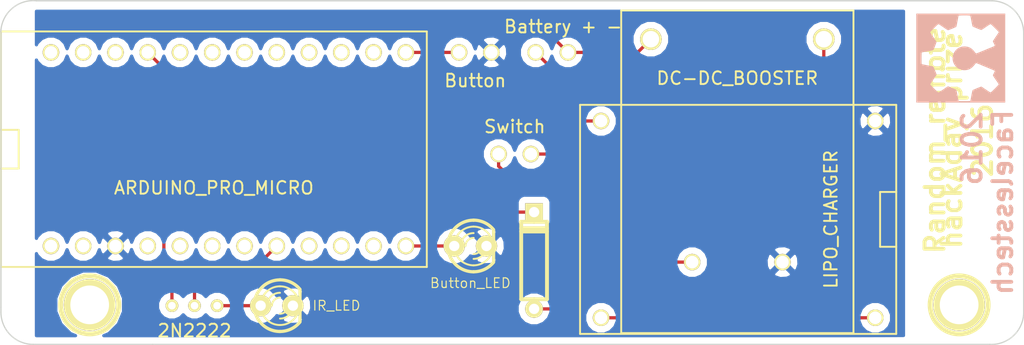
<source format=kicad_pcb>
(kicad_pcb (version 3) (host pcbnew "(22-Jun-2014 BZR 4027)-stable")

  (general
    (links 18)
    (no_connects 0)
    (area 164.389999 160.7566 250.986 196.9135)
    (thickness 1.6)
    (drawings 15)
    (tracks 49)
    (zones 0)
    (modules 13)
    (nets 11)
  )

  (page A3)
  (layers
    (15 F.Cu signal)
    (0 B.Cu signal)
    (16 B.Adhes user)
    (17 F.Adhes user)
    (18 B.Paste user)
    (19 F.Paste user)
    (20 B.SilkS user)
    (21 F.SilkS user)
    (22 B.Mask user)
    (23 F.Mask user)
    (24 Dwgs.User user)
    (25 Cmts.User user)
    (26 Eco1.User user)
    (27 Eco2.User user)
    (28 Edge.Cuts user)
  )

  (setup
    (last_trace_width 0.254)
    (trace_clearance 0.254)
    (zone_clearance 0.508)
    (zone_45_only no)
    (trace_min 0.254)
    (segment_width 0.2)
    (edge_width 0.1)
    (via_size 0.889)
    (via_drill 0.635)
    (via_min_size 0.889)
    (via_min_drill 0.508)
    (uvia_size 0.508)
    (uvia_drill 0.127)
    (uvias_allowed no)
    (uvia_min_size 0.508)
    (uvia_min_drill 0.127)
    (pcb_text_width 0.3)
    (pcb_text_size 1.5 1.5)
    (mod_edge_width 0.15)
    (mod_text_size 1 1)
    (mod_text_width 0.15)
    (pad_size 1.3 1.3)
    (pad_drill 1)
    (pad_to_mask_clearance 0)
    (aux_axis_origin 0 0)
    (visible_elements FFFFFFBF)
    (pcbplotparams
      (layerselection 284196865)
      (usegerberextensions true)
      (excludeedgelayer true)
      (linewidth 0.150000)
      (plotframeref false)
      (viasonmask false)
      (mode 1)
      (useauxorigin false)
      (hpglpennumber 1)
      (hpglpenspeed 20)
      (hpglpendiameter 15)
      (hpglpenoverlay 2)
      (psnegative false)
      (psa4output false)
      (plotreference true)
      (plotvalue true)
      (plotothertext true)
      (plotinvisibletext false)
      (padsonsilk false)
      (subtractmaskfromsilk false)
      (outputformat 1)
      (mirror false)
      (drillshape 0)
      (scaleselection 1)
      (outputdirectory gerbers/))
  )

  (net 0 "")
  (net 1 N-000001)
  (net 2 N-0000018)
  (net 3 N-000002)
  (net 4 N-0000023)
  (net 5 N-0000028)
  (net 6 N-000003)
  (net 7 N-000005)
  (net 8 N-000006)
  (net 9 N-000007)
  (net 10 N-000008)

  (net_class Default "This is the default net class."
    (clearance 0.254)
    (trace_width 0.254)
    (via_dia 0.889)
    (via_drill 0.635)
    (uvia_dia 0.508)
    (uvia_drill 0.127)
    (add_net "")
    (add_net N-000001)
    (add_net N-0000018)
    (add_net N-000002)
    (add_net N-0000023)
    (add_net N-0000028)
    (add_net N-000003)
    (add_net N-000005)
    (add_net N-000006)
    (add_net N-000007)
    (add_net N-000008)
  )

  (module LED-3MM (layer F.Cu) (tedit 573A1A9E) (tstamp 57360093)
    (at 201.676 188.595)
    (descr "LED 3mm - Lead pitch 100mil (2,54mm)")
    (tags "LED led 3mm 3MM 100mil 2,54mm")
    (path /57260E9A)
    (fp_text reference D2 (at 1.778 -2.794) (layer F.SilkS) hide
      (effects (font (size 0.762 0.762) (thickness 0.0889)))
    )
    (fp_text value Button_LED (at 0 2.921) (layer F.SilkS)
      (effects (font (size 0.762 0.762) (thickness 0.0889)))
    )
    (fp_line (start 1.8288 1.27) (end 1.8288 -1.27) (layer F.SilkS) (width 0.254))
    (fp_arc (start 0.254 0) (end -1.27 0) (angle 39.8) (layer F.SilkS) (width 0.1524))
    (fp_arc (start 0.254 0) (end -0.88392 1.01092) (angle 41.6) (layer F.SilkS) (width 0.1524))
    (fp_arc (start 0.254 0) (end 1.4097 -0.9906) (angle 40.6) (layer F.SilkS) (width 0.1524))
    (fp_arc (start 0.254 0) (end 1.778 0) (angle 39.8) (layer F.SilkS) (width 0.1524))
    (fp_arc (start 0.254 0) (end 0.254 -1.524) (angle 54.4) (layer F.SilkS) (width 0.1524))
    (fp_arc (start 0.254 0) (end -0.9652 -0.9144) (angle 53.1) (layer F.SilkS) (width 0.1524))
    (fp_arc (start 0.254 0) (end 1.45542 0.93472) (angle 52.1) (layer F.SilkS) (width 0.1524))
    (fp_arc (start 0.254 0) (end 0.254 1.524) (angle 52.1) (layer F.SilkS) (width 0.1524))
    (fp_arc (start 0.254 0) (end -0.381 0) (angle 90) (layer F.SilkS) (width 0.1524))
    (fp_arc (start 0.254 0) (end -0.762 0) (angle 90) (layer F.SilkS) (width 0.1524))
    (fp_arc (start 0.254 0) (end 0.889 0) (angle 90) (layer F.SilkS) (width 0.1524))
    (fp_arc (start 0.254 0) (end 1.27 0) (angle 90) (layer F.SilkS) (width 0.1524))
    (fp_arc (start 0.254 0) (end 0.254 -2.032) (angle 50.1) (layer F.SilkS) (width 0.254))
    (fp_arc (start 0.254 0) (end -1.5367 -0.95504) (angle 61.9) (layer F.SilkS) (width 0.254))
    (fp_arc (start 0.254 0) (end 1.8034 1.31064) (angle 49.7) (layer F.SilkS) (width 0.254))
    (fp_arc (start 0.254 0) (end 0.254 2.032) (angle 60.2) (layer F.SilkS) (width 0.254))
    (fp_arc (start 0.254 0) (end -1.778 0) (angle 28.3) (layer F.SilkS) (width 0.254))
    (fp_arc (start 0.254 0) (end -1.47574 1.06426) (angle 31.6) (layer F.SilkS) (width 0.254))
    (pad 1 thru_hole circle (at -1.27 0) (size 1.6764 1.6764) (drill 0.8128)
      (layers *.Cu *.Mask F.SilkS)
      (net 2 N-0000018)
    )
    (pad 2 thru_hole circle (at 1.27 0) (size 1.6764 1.6764) (drill 0.8128)
      (layers *.Cu *.Mask F.SilkS)
      (net 5 N-0000028)
    )
    (model discret/leds/led3_vertical_verde.wrl
      (at (xyz 0 0 0))
      (scale (xyz 1 1 1))
      (rotate (xyz 0 0 0))
    )
  )

  (module LED-3MM (layer F.Cu) (tedit 573A1A98) (tstamp 573600AC)
    (at 186.436 193.294)
    (descr "LED 3mm - Lead pitch 100mil (2,54mm)")
    (tags "LED led 3mm 3MM 100mil 2,54mm")
    (path /57260EC7)
    (fp_text reference D1 (at 1.778 -2.794) (layer F.SilkS) hide
      (effects (font (size 0.762 0.762) (thickness 0.0889)))
    )
    (fp_text value IR_LED (at 4.699 0) (layer F.SilkS)
      (effects (font (size 0.762 0.762) (thickness 0.0889)))
    )
    (fp_line (start 1.8288 1.27) (end 1.8288 -1.27) (layer F.SilkS) (width 0.254))
    (fp_arc (start 0.254 0) (end -1.27 0) (angle 39.8) (layer F.SilkS) (width 0.1524))
    (fp_arc (start 0.254 0) (end -0.88392 1.01092) (angle 41.6) (layer F.SilkS) (width 0.1524))
    (fp_arc (start 0.254 0) (end 1.4097 -0.9906) (angle 40.6) (layer F.SilkS) (width 0.1524))
    (fp_arc (start 0.254 0) (end 1.778 0) (angle 39.8) (layer F.SilkS) (width 0.1524))
    (fp_arc (start 0.254 0) (end 0.254 -1.524) (angle 54.4) (layer F.SilkS) (width 0.1524))
    (fp_arc (start 0.254 0) (end -0.9652 -0.9144) (angle 53.1) (layer F.SilkS) (width 0.1524))
    (fp_arc (start 0.254 0) (end 1.45542 0.93472) (angle 52.1) (layer F.SilkS) (width 0.1524))
    (fp_arc (start 0.254 0) (end 0.254 1.524) (angle 52.1) (layer F.SilkS) (width 0.1524))
    (fp_arc (start 0.254 0) (end -0.381 0) (angle 90) (layer F.SilkS) (width 0.1524))
    (fp_arc (start 0.254 0) (end -0.762 0) (angle 90) (layer F.SilkS) (width 0.1524))
    (fp_arc (start 0.254 0) (end 0.889 0) (angle 90) (layer F.SilkS) (width 0.1524))
    (fp_arc (start 0.254 0) (end 1.27 0) (angle 90) (layer F.SilkS) (width 0.1524))
    (fp_arc (start 0.254 0) (end 0.254 -2.032) (angle 50.1) (layer F.SilkS) (width 0.254))
    (fp_arc (start 0.254 0) (end -1.5367 -0.95504) (angle 61.9) (layer F.SilkS) (width 0.254))
    (fp_arc (start 0.254 0) (end 1.8034 1.31064) (angle 49.7) (layer F.SilkS) (width 0.254))
    (fp_arc (start 0.254 0) (end 0.254 2.032) (angle 60.2) (layer F.SilkS) (width 0.254))
    (fp_arc (start 0.254 0) (end -1.778 0) (angle 28.3) (layer F.SilkS) (width 0.254))
    (fp_arc (start 0.254 0) (end -1.47574 1.06426) (angle 31.6) (layer F.SilkS) (width 0.254))
    (pad 1 thru_hole circle (at -1.27 0) (size 1.6764 1.6764) (drill 0.8128)
      (layers *.Cu *.Mask F.SilkS)
      (net 10 N-000008)
    )
    (pad 2 thru_hole circle (at 1.27 0) (size 1.6764 1.6764) (drill 0.8128)
      (layers *.Cu *.Mask F.SilkS)
      (net 5 N-0000028)
    )
    (model discret/leds/led3_vertical_verde.wrl
      (at (xyz 0 0 0))
      (scale (xyz 1 1 1))
      (rotate (xyz 0 0 0))
    )
  )

  (module DC-DC_boost (layer F.Cu) (tedit 5739F452) (tstamp 573705D7)
    (at 222.6945 182.753)
    (path /57260EA9)
    (fp_text reference U3 (at 0 8.89) (layer F.SilkS) hide
      (effects (font (size 1 1) (thickness 0.15)))
    )
    (fp_text value DC-DC_BOOSTER (at 0 -7.366) (layer F.SilkS)
      (effects (font (size 1 1) (thickness 0.15)))
    )
    (fp_line (start -9.144 -12.7) (end 9.144 -12.7) (layer F.SilkS) (width 0.15))
    (fp_line (start 9.144 -12.7) (end 9.144 12.7) (layer F.SilkS) (width 0.15))
    (fp_line (start 9.144 12.7) (end -9.144 12.7) (layer F.SilkS) (width 0.15))
    (fp_line (start -9.144 12.7) (end -9.144 -12.7) (layer F.SilkS) (width 0.15))
    (pad 1 thru_hole circle (at -6.8072 -10.4394) (size 1.7 1.7) (drill 1.3)
      (layers *.Cu *.Mask F.SilkS)
      (net 9 N-000007)
    )
    (pad 2 thru_hole circle (at 6.8072 -10.4394) (size 1.7 1.7) (drill 1.3)
      (layers *.Cu *.Mask F.SilkS)
      (net 6 N-000003)
    )
    (pad 4 thru_hole circle (at -3.556 7.112) (size 1.3 1.3) (drill 1)
      (layers *.Cu *.Mask F.SilkS)
      (net 3 N-000002)
    )
    (pad 3 thru_hole circle (at 3.556 7.112) (size 1.3 1.3) (drill 1)
      (layers *.Cu *.Mask F.SilkS)
      (net 5 N-0000028)
    )
  )

  (module arduino_leonardo (layer F.Cu) (tedit 5739F4A6) (tstamp 5738675D)
    (at 181.483 180.975 90)
    (path /57260E8B)
    (fp_text reference U1 (at 3.175 0 180) (layer F.SilkS) hide
      (effects (font (size 1 1) (thickness 0.15)))
    )
    (fp_text value ARDUINO_PRO_MICRO (at -3.048 0 180) (layer F.SilkS)
      (effects (font (size 1 1) (thickness 0.15)))
    )
    (fp_line (start -1.524 -16.764) (end -1.524 -15.367) (layer F.SilkS) (width 0.15))
    (fp_line (start -1.524 -15.367) (end 1.524 -15.367) (layer F.SilkS) (width 0.15))
    (fp_line (start 1.524 -15.367) (end 1.524 -16.764) (layer F.SilkS) (width 0.15))
    (fp_line (start 9.144 -16.764) (end 9.271 -16.764) (layer F.SilkS) (width 0.15))
    (fp_line (start 9.271 -16.764) (end 9.271 16.764) (layer F.SilkS) (width 0.15))
    (fp_line (start 9.271 16.764) (end -9.271 16.764) (layer F.SilkS) (width 0.15))
    (fp_line (start -9.271 16.764) (end -9.271 -16.764) (layer F.SilkS) (width 0.15))
    (fp_line (start -9.271 -16.764) (end 9.144 -16.764) (layer F.SilkS) (width 0.15))
    (pad 12 thru_hole circle (at -7.62 15.113 90) (size 1.3 1.3) (drill 1)
      (layers *.Cu *.Mask F.SilkS)
      (net 2 N-0000018)
    )
    (pad 11 thru_hole circle (at -7.62 12.573 90) (size 1.3 1.3) (drill 1)
      (layers *.Cu *.Mask F.SilkS)
    )
    (pad 13 thru_hole circle (at 7.62 15.113 90) (size 1.3 1.3) (drill 1)
      (layers *.Cu *.Mask F.SilkS)
      (net 8 N-000006)
    )
    (pad 10 thru_hole circle (at -7.62 10.033 90) (size 1.3 1.3) (drill 1)
      (layers *.Cu *.Mask F.SilkS)
    )
    (pad 9 thru_hole circle (at -7.62 7.493 90) (size 1.3 1.3) (drill 1)
      (layers *.Cu *.Mask F.SilkS)
    )
    (pad 8 thru_hole circle (at -7.62 4.953 90) (size 1.3 1.3) (drill 1)
      (layers *.Cu *.Mask F.SilkS)
      (net 4 N-0000023)
    )
    (pad 7 thru_hole circle (at -7.62 2.413 90) (size 1.3 1.3) (drill 1)
      (layers *.Cu *.Mask F.SilkS)
    )
    (pad 6 thru_hole circle (at -7.62 -0.127 90) (size 1.3 1.3) (drill 1)
      (layers *.Cu *.Mask F.SilkS)
    )
    (pad 5 thru_hole circle (at -7.62 -2.667 90) (size 1.3 1.3) (drill 1)
      (layers *.Cu *.Mask F.SilkS)
    )
    (pad 4 thru_hole circle (at -7.62 -5.207 90) (size 1.3 1.3) (drill 1)
      (layers *.Cu *.Mask F.SilkS)
    )
    (pad 3 thru_hole circle (at -7.62 -7.747 90) (size 1.3 1.3) (drill 1)
      (layers *.Cu *.Mask F.SilkS)
      (net 5 N-0000028)
    )
    (pad 2 thru_hole circle (at -7.62 -10.287 90) (size 1.3 1.3) (drill 1)
      (layers *.Cu *.Mask F.SilkS)
    )
    (pad 1 thru_hole circle (at -7.62 -12.827 90) (size 1.3 1.3) (drill 1)
      (layers *.Cu *.Mask F.SilkS)
    )
    (pad 14 thru_hole circle (at 7.62 12.573 90) (size 1.3 1.3) (drill 1)
      (layers *.Cu *.Mask F.SilkS)
    )
    (pad 15 thru_hole circle (at 7.62 10.033 90) (size 1.3 1.3) (drill 1)
      (layers *.Cu *.Mask F.SilkS)
    )
    (pad 16 thru_hole circle (at 7.62 7.493 90) (size 1.3 1.3) (drill 1)
      (layers *.Cu *.Mask F.SilkS)
    )
    (pad 17 thru_hole circle (at 7.62 4.953 90) (size 1.3 1.3) (drill 1)
      (layers *.Cu *.Mask F.SilkS)
    )
    (pad 18 thru_hole circle (at 7.62 2.413 90) (size 1.3 1.3) (drill 1)
      (layers *.Cu *.Mask F.SilkS)
    )
    (pad 19 thru_hole circle (at 7.62 -0.127 90) (size 1.3 1.3) (drill 1)
      (layers *.Cu *.Mask F.SilkS)
    )
    (pad 20 thru_hole circle (at 7.62 -2.667 90) (size 1.3 1.3) (drill 1)
      (layers *.Cu *.Mask F.SilkS)
    )
    (pad 21 thru_hole circle (at 7.62 -5.207 90) (size 1.3 1.3) (drill 1)
      (layers *.Cu *.Mask F.SilkS)
      (net 1 N-000001)
    )
    (pad 22 thru_hole circle (at 7.62 -7.747 90) (size 1.3 1.3) (drill 1)
      (layers *.Cu *.Mask F.SilkS)
    )
    (pad 23 thru_hole circle (at 7.62 -10.287 90) (size 1.3 1.3) (drill 1)
      (layers *.Cu *.Mask F.SilkS)
    )
    (pad 24 thru_hole circle (at 7.62 -12.827 90) (size 1.3 1.3) (drill 1)
      (layers *.Cu *.Mask F.SilkS)
    )
  )

  (module D3 (layer F.Cu) (tedit 5739F4AC) (tstamp 57389109)
    (at 206.6925 189.738 90)
    (descr "Diode 3 pas")
    (tags "DIODE DEV")
    (path /573756C8)
    (fp_text reference D3 (at 0 0 90) (layer F.SilkS) hide
      (effects (font (size 1.016 1.016) (thickness 0.2032)))
    )
    (fp_text value DIODE (at 0 0 90) (layer F.SilkS) hide
      (effects (font (size 1.016 1.016) (thickness 0.2032)))
    )
    (fp_line (start 3.81 0) (end 3.048 0) (layer F.SilkS) (width 0.3048))
    (fp_line (start 3.048 0) (end 3.048 -1.016) (layer F.SilkS) (width 0.3048))
    (fp_line (start 3.048 -1.016) (end -3.048 -1.016) (layer F.SilkS) (width 0.3048))
    (fp_line (start -3.048 -1.016) (end -3.048 0) (layer F.SilkS) (width 0.3048))
    (fp_line (start -3.048 0) (end -3.81 0) (layer F.SilkS) (width 0.3048))
    (fp_line (start -3.048 0) (end -3.048 1.016) (layer F.SilkS) (width 0.3048))
    (fp_line (start -3.048 1.016) (end 3.048 1.016) (layer F.SilkS) (width 0.3048))
    (fp_line (start 3.048 1.016) (end 3.048 0) (layer F.SilkS) (width 0.3048))
    (fp_line (start 2.54 -1.016) (end 2.54 1.016) (layer F.SilkS) (width 0.3048))
    (fp_line (start 2.286 1.016) (end 2.286 -1.016) (layer F.SilkS) (width 0.3048))
    (pad 2 thru_hole rect (at 3.81 0 90) (size 1.397 1.397) (drill 0.8128)
      (layers *.Cu *.Mask F.SilkS)
      (net 1 N-000001)
    )
    (pad 1 thru_hole circle (at -3.81 0 90) (size 1.397 1.397) (drill 0.8128)
      (layers *.Cu *.Mask F.SilkS)
      (net 3 N-000002)
    )
    (model discret/diode.wrl
      (at (xyz 0 0 0))
      (scale (xyz 0.3 0.3 0.3))
      (rotate (xyz 0 0 0))
    )
  )

  (module 2_pin_misc_custom (layer F.Cu) (tedit 573A1A73) (tstamp 5738923F)
    (at 202.057 173.355)
    (path /57260ED6)
    (fp_text reference SW2 (at 0 -2.032) (layer F.SilkS) hide
      (effects (font (size 1 1) (thickness 0.15)))
    )
    (fp_text value Button (at 0 2.2225) (layer F.SilkS)
      (effects (font (size 1 1) (thickness 0.15)))
    )
    (pad 1 thru_hole circle (at -1.27 0) (size 1.3 1.3) (drill 1)
      (layers *.Cu *.Mask F.SilkS)
      (net 8 N-000006)
    )
    (pad 2 thru_hole circle (at 1.27 0) (size 1.3 1.3) (drill 1)
      (layers *.Cu *.Mask F.SilkS)
      (net 5 N-0000028)
    )
  )

  (module 2N2222 (layer F.Cu) (tedit 573A1A90) (tstamp 5738BEF8)
    (at 179.959 193.294)
    (path /5738BE20)
    (fp_text reference Q1 (at 0 -1.778) (layer F.SilkS) hide
      (effects (font (size 1 1) (thickness 0.15)))
    )
    (fp_text value 2N2222 (at 0 1.9685) (layer F.SilkS)
      (effects (font (size 1 1) (thickness 0.15)))
    )
    (pad 2 thru_hole circle (at 0 0) (size 1 1) (drill 0.6)
      (layers *.Cu *.Mask F.SilkS)
      (net 4 N-0000023)
    )
    (pad 3 thru_hole circle (at 1.778 0) (size 1 1) (drill 0.6)
      (layers *.Cu *.Mask F.SilkS)
      (net 10 N-000008)
    )
    (pad 1 thru_hole circle (at -1.778 0) (size 1 1) (drill 0.6)
      (layers *.Cu *.Mask F.SilkS)
      (net 1 N-000001)
    )
  )

  (module Lipo_charger_custom (layer F.Cu) (tedit 5739F460) (tstamp 5738C253)
    (at 222.758 186.4995 270)
    (path /57260EB8)
    (fp_text reference U2 (at -0.635 16.51 270) (layer F.SilkS) hide
      (effects (font (size 1 1) (thickness 0.15)))
    )
    (fp_text value LIPO_CHARGER (at 0 -7.3025 270) (layer F.SilkS)
      (effects (font (size 1 1) (thickness 0.15)))
    )
    (fp_line (start -2.159 -12.446) (end -2.159 -11.176) (layer F.SilkS) (width 0.15))
    (fp_line (start -2.159 -11.176) (end 2.159 -11.176) (layer F.SilkS) (width 0.15))
    (fp_line (start 2.159 -11.176) (end 2.159 -12.446) (layer F.SilkS) (width 0.15))
    (fp_line (start -9.017 -12.446) (end 9.017 -12.446) (layer F.SilkS) (width 0.15))
    (fp_line (start 9.017 -12.446) (end 9.017 12.446) (layer F.SilkS) (width 0.15))
    (fp_line (start 9.017 12.446) (end -9.017 12.446) (layer F.SilkS) (width 0.15))
    (fp_line (start -9.017 12.446) (end -9.017 -12.446) (layer F.SilkS) (width 0.15))
    (pad 4 thru_hole circle (at -7.747 -10.795 270) (size 1.3 1.3) (drill 1)
      (layers *.Cu *.Mask F.SilkS)
      (net 5 N-0000028)
    )
    (pad 3 thru_hole circle (at 7.747 -10.795 270) (size 1.3 1.3) (drill 1)
      (layers *.Cu *.Mask F.SilkS)
      (net 1 N-000001)
    )
    (pad 1 thru_hole circle (at -7.747 10.795 270) (size 1.3 1.3) (drill 1)
      (layers *.Cu *.Mask F.SilkS)
      (net 9 N-000007)
    )
    (pad 2 thru_hole circle (at 7.747 10.795 270) (size 1.3 1.3) (drill 1)
      (layers *.Cu *.Mask F.SilkS)
      (net 6 N-000003)
    )
  )

  (module 2_pin_misc_custom (layer F.Cu) (tedit 573A1A5F) (tstamp 5738C8A0)
    (at 208.0895 173.355 180)
    (path /5738C5C2)
    (fp_text reference U4 (at 0 -2.032 180) (layer F.SilkS) hide
      (effects (font (size 1 1) (thickness 0.15)))
    )
    (fp_text value "Battery + -" (at -0.889 2.032 180) (layer F.SilkS)
      (effects (font (size 1 1) (thickness 0.15)))
    )
    (pad 1 thru_hole circle (at -1.27 0 180) (size 1.3 1.3) (drill 1)
      (layers *.Cu *.Mask F.SilkS)
      (net 9 N-000007)
    )
    (pad 2 thru_hole circle (at 1.27 0 180) (size 1.3 1.3) (drill 1)
      (layers *.Cu *.Mask F.SilkS)
      (net 7 N-000005)
    )
  )

  (module 1pin (layer F.Cu) (tedit 5739F49F) (tstamp 573A1B4C)
    (at 171.704 193.2305)
    (descr "module 1 pin (ou trou mecanique de percage)")
    (tags DEV)
    (path 1pin)
    (fp_text reference 1PIN (at 0 -3.048) (layer F.SilkS) hide
      (effects (font (size 1.016 1.016) (thickness 0.254)))
    )
    (fp_text value P*** (at 0 2.794) (layer F.SilkS) hide
      (effects (font (size 1.016 1.016) (thickness 0.254)))
    )
    (fp_circle (center 0 0) (end 0 -2.286) (layer F.SilkS) (width 0.381))
    (pad 1 thru_hole circle (at 0 0) (size 4.064 4.064) (drill 3.048)
      (layers *.Cu *.Mask F.SilkS)
    )
  )

  (module 1pin (layer F.Cu) (tedit 5739F456) (tstamp 573A1B57)
    (at 240.157 193.2305)
    (descr "module 1 pin (ou trou mecanique de percage)")
    (tags DEV)
    (path 1pin)
    (fp_text reference 1PIN (at 0 -3.048) (layer F.SilkS) hide
      (effects (font (size 1.016 1.016) (thickness 0.254)))
    )
    (fp_text value P*** (at 0 2.794) (layer F.SilkS) hide
      (effects (font (size 1.016 1.016) (thickness 0.254)))
    )
    (fp_circle (center 0 0) (end 0 -2.286) (layer F.SilkS) (width 0.381))
    (pad 1 thru_hole circle (at 0 0) (size 4.064 4.064) (drill 3.048)
      (layers *.Cu *.Mask F.SilkS)
    )
  )

  (module 2_pin_misc_custom (layer F.Cu) (tedit 573A1A7F) (tstamp 573A13E9)
    (at 205.1685 181.356 180)
    (path /5726494E)
    (fp_text reference SW1 (at 0 -2.032 180) (layer F.SilkS) hide
      (effects (font (size 1 1) (thickness 0.15)))
    )
    (fp_text value Switch (at 0 2.159 180) (layer F.SilkS)
      (effects (font (size 1 1) (thickness 0.15)))
    )
    (pad 1 thru_hole circle (at -1.27 0 180) (size 1.3 1.3) (drill 1)
      (layers *.Cu *.Mask F.SilkS)
      (net 7 N-000005)
    )
    (pad 2 thru_hole circle (at 1.27 0 180) (size 1.3 1.3) (drill 1)
      (layers *.Cu *.Mask F.SilkS)
      (net 6 N-000003)
    )
  )

  (module OSH_final_silks_back (layer F.Cu) (tedit 0) (tstamp 573AD46B)
    (at 240.284 173.7995 90)
    (fp_text reference VAL (at 0 0 90) (layer F.SilkS) hide
      (effects (font (size 1.143 1.143) (thickness 0.1778)))
    )
    (fp_text value OSH_final_silks_back (at 0 0 90) (layer F.SilkS) hide
      (effects (font (size 1.143 1.143) (thickness 0.1778)))
    )
    (fp_poly (pts (xy -3.50012 3.50012) (xy -3.3909 3.50012) (xy -3.3909 0.4318) (xy -3.3909 0.29464)
      (xy -3.3909 0.14986) (xy -3.3909 0.0381) (xy -3.38836 -0.04572) (xy -3.38582 -0.10414)
      (xy -3.38074 -0.14224) (xy -3.37566 -0.1651) (xy -3.36804 -0.17272) (xy -3.34264 -0.1778)
      (xy -3.2893 -0.1905) (xy -3.21056 -0.20574) (xy -3.1115 -0.22606) (xy -2.99974 -0.24638)
      (xy -2.92608 -0.25908) (xy -2.80924 -0.28194) (xy -2.70256 -0.30226) (xy -2.61366 -0.32004)
      (xy -2.54762 -0.33528) (xy -2.50952 -0.3429) (xy -2.49936 -0.34798) (xy -2.4892 -0.3683)
      (xy -2.46634 -0.41656) (xy -2.43586 -0.48514) (xy -2.4003 -0.56642) (xy -2.3622 -0.65532)
      (xy -2.3241 -0.74676) (xy -2.28854 -0.83312) (xy -2.25806 -0.90678) (xy -2.23774 -0.96266)
      (xy -2.22504 -0.99568) (xy -2.22504 -0.99822) (xy -2.2352 -1.02362) (xy -2.2606 -1.07188)
      (xy -2.30124 -1.13284) (xy -2.33934 -1.19126) (xy -2.4511 -1.34874) (xy -2.54 -1.48082)
      (xy -2.60858 -1.58496) (xy -2.65938 -1.6637) (xy -2.6924 -1.71958) (xy -2.70764 -1.7526)
      (xy -2.71018 -1.75768) (xy -2.69748 -1.778) (xy -2.66446 -1.81864) (xy -2.61366 -1.87452)
      (xy -2.54762 -1.9431) (xy -2.4765 -2.0193) (xy -2.39776 -2.09804) (xy -2.31902 -2.17678)
      (xy -2.24536 -2.25044) (xy -2.17932 -2.31394) (xy -2.12598 -2.36474) (xy -2.08788 -2.39522)
      (xy -2.07264 -2.40538) (xy -2.05232 -2.39522) (xy -2.0066 -2.36728) (xy -1.94056 -2.32664)
      (xy -1.85928 -2.27076) (xy -1.76276 -2.20726) (xy -1.68656 -2.15392) (xy -1.58242 -2.08534)
      (xy -1.49098 -2.02184) (xy -1.41224 -1.97104) (xy -1.35128 -1.93294) (xy -1.31064 -1.91008)
      (xy -1.29794 -1.90246) (xy -1.27254 -1.91008) (xy -1.2192 -1.92786) (xy -1.14808 -1.9558)
      (xy -1.06426 -1.99136) (xy -0.97282 -2.02692) (xy -0.88392 -2.06756) (xy -0.80264 -2.10312)
      (xy -0.73406 -2.13614) (xy -0.6858 -2.159) (xy -0.66294 -2.17424) (xy -0.66294 -2.17424)
      (xy -0.65532 -2.19964) (xy -0.64262 -2.25298) (xy -0.62738 -2.33172) (xy -0.60706 -2.43078)
      (xy -0.58674 -2.54254) (xy -0.57404 -2.6035) (xy -0.55372 -2.72034) (xy -0.53086 -2.82956)
      (xy -0.51308 -2.921) (xy -0.49784 -2.99212) (xy -0.48768 -3.03784) (xy -0.48514 -3.048)
      (xy -0.47752 -3.0607) (xy -0.4699 -3.06832) (xy -0.45212 -3.07594) (xy -0.42418 -3.08102)
      (xy -0.381 -3.08356) (xy -0.3175 -3.0861) (xy -0.2286 -3.0861) (xy -0.11176 -3.08864)
      (xy -0.02032 -3.08864) (xy 0.10922 -3.0861) (xy 0.22352 -3.0861) (xy 0.3175 -3.08102)
      (xy 0.38862 -3.07848) (xy 0.42926 -3.0734) (xy 0.43942 -3.07086) (xy 0.4445 -3.05054)
      (xy 0.4572 -2.9972) (xy 0.47244 -2.921) (xy 0.49276 -2.82194) (xy 0.51308 -2.71018)
      (xy 0.53086 -2.6162) (xy 0.55372 -2.49682) (xy 0.57658 -2.38506) (xy 0.5969 -2.29108)
      (xy 0.61468 -2.21996) (xy 0.62738 -2.17424) (xy 0.635 -2.16154) (xy 0.6604 -2.14376)
      (xy 0.7112 -2.1209) (xy 0.78232 -2.09042) (xy 0.86614 -2.05486) (xy 0.95758 -2.0193)
      (xy 1.04648 -1.98374) (xy 1.1303 -1.95072) (xy 1.20142 -1.92786) (xy 1.25222 -1.91262)
      (xy 1.27508 -1.90754) (xy 1.2954 -1.92024) (xy 1.34366 -1.95072) (xy 1.4097 -1.9939)
      (xy 1.49352 -2.04978) (xy 1.59004 -2.11328) (xy 1.65608 -2.16154) (xy 1.75768 -2.23012)
      (xy 1.84658 -2.29108) (xy 1.92532 -2.34188) (xy 1.98628 -2.37998) (xy 2.02184 -2.4003)
      (xy 2.032 -2.40538) (xy 2.05232 -2.39268) (xy 2.09296 -2.35966) (xy 2.14884 -2.30632)
      (xy 2.21996 -2.23774) (xy 2.30378 -2.15646) (xy 2.36728 -2.09296) (xy 2.47142 -1.98882)
      (xy 2.5527 -1.905) (xy 2.61112 -1.8415) (xy 2.64668 -1.79578) (xy 2.667 -1.7653)
      (xy 2.66954 -1.74752) (xy 2.65684 -1.72466) (xy 2.6289 -1.6764) (xy 2.58318 -1.60528)
      (xy 2.5273 -1.52146) (xy 2.4638 -1.42748) (xy 2.4257 -1.3716) (xy 2.35966 -1.27254)
      (xy 2.2987 -1.1811) (xy 2.2479 -1.10236) (xy 2.21234 -1.04394) (xy 2.19202 -1.00584)
      (xy 2.18948 -0.99568) (xy 2.1971 -0.97028) (xy 2.21488 -0.91948) (xy 2.24282 -0.84836)
      (xy 2.27838 -0.76454) (xy 2.31394 -0.6731) (xy 2.35204 -0.58166) (xy 2.39014 -0.50038)
      (xy 2.42062 -0.42926) (xy 2.44602 -0.37846) (xy 2.45872 -0.35306) (xy 2.45872 -0.35306)
      (xy 2.48158 -0.34544) (xy 2.53238 -0.33274) (xy 2.60858 -0.31496) (xy 2.7051 -0.29464)
      (xy 2.81686 -0.27432) (xy 2.89052 -0.25908) (xy 3.0099 -0.23622) (xy 3.11658 -0.2159)
      (xy 3.20802 -0.19812) (xy 3.27914 -0.18542) (xy 3.32232 -0.17526) (xy 3.33248 -0.17272)
      (xy 3.3401 -0.1524) (xy 3.34772 -0.1016) (xy 3.35026 -0.02794) (xy 3.35534 0.0635)
      (xy 3.35788 0.17018) (xy 3.35788 0.2794) (xy 3.35788 0.39116) (xy 3.35788 0.49784)
      (xy 3.3528 0.59182) (xy 3.34772 0.67056) (xy 3.34264 0.7239) (xy 3.33502 0.7493)
      (xy 3.33502 0.7493) (xy 3.30962 0.75692) (xy 3.25628 0.76962) (xy 3.18008 0.7874)
      (xy 3.08102 0.80772) (xy 2.96926 0.82804) (xy 2.9083 0.84074) (xy 2.794 0.86106)
      (xy 2.68732 0.88392) (xy 2.59842 0.90424) (xy 2.53238 0.91948) (xy 2.49174 0.93218)
      (xy 2.48412 0.93726) (xy 2.47142 0.96012) (xy 2.44856 1.01092) (xy 2.41808 1.08204)
      (xy 2.37998 1.16586) (xy 2.34442 1.25984) (xy 2.30632 1.35382) (xy 2.27076 1.44272)
      (xy 2.24028 1.51892) (xy 2.21996 1.57988) (xy 2.2098 1.61544) (xy 2.20726 1.62052)
      (xy 2.21742 1.64084) (xy 2.24536 1.68656) (xy 2.28854 1.7526) (xy 2.34188 1.83388)
      (xy 2.40538 1.92786) (xy 2.44094 1.97866) (xy 2.50952 2.07772) (xy 2.56794 2.16662)
      (xy 2.6162 2.24536) (xy 2.65176 2.30378) (xy 2.67208 2.33934) (xy 2.67462 2.3495)
      (xy 2.66192 2.36728) (xy 2.6289 2.40792) (xy 2.5781 2.4638) (xy 2.5146 2.53238)
      (xy 2.44094 2.60858) (xy 2.36474 2.68732) (xy 2.286 2.76606) (xy 2.21234 2.83972)
      (xy 2.1463 2.90322) (xy 2.09296 2.95402) (xy 2.0574 2.98704) (xy 2.03962 2.9972)
      (xy 2.02184 2.98704) (xy 1.97866 2.96164) (xy 1.91516 2.91846) (xy 1.83388 2.86512)
      (xy 1.74244 2.80162) (xy 1.68656 2.76352) (xy 1.5875 2.69748) (xy 1.4986 2.63906)
      (xy 1.4224 2.58826) (xy 1.36398 2.5527) (xy 1.32842 2.53238) (xy 1.3208 2.52984)
      (xy 1.2954 2.53746) (xy 1.24714 2.56032) (xy 1.18364 2.5908) (xy 1.14046 2.61366)
      (xy 1.06426 2.65176) (xy 1.01346 2.67462) (xy 0.97536 2.67462) (xy 0.94742 2.65176)
      (xy 0.92202 2.6035) (xy 0.889 2.52222) (xy 0.88392 2.51206) (xy 0.8636 2.4638)
      (xy 0.83312 2.38506) (xy 0.79248 2.286) (xy 0.74422 2.16662) (xy 0.68834 2.03708)
      (xy 0.63246 1.89738) (xy 0.59436 1.80848) (xy 0.53848 1.67386) (xy 0.48768 1.54686)
      (xy 0.4445 1.43764) (xy 0.4064 1.34366) (xy 0.37846 1.27254) (xy 0.36322 1.22682)
      (xy 0.35814 1.21412) (xy 0.37338 1.19126) (xy 0.40894 1.1557) (xy 0.46228 1.11252)
      (xy 0.48514 1.09474) (xy 0.635 0.97028) (xy 0.7493 0.8382) (xy 0.83312 0.6985)
      (xy 0.88646 0.5461) (xy 0.91186 0.37592) (xy 0.9144 0.28448) (xy 0.89916 0.1016)
      (xy 0.8509 -0.06604) (xy 0.76708 -0.22098) (xy 0.65278 -0.36068) (xy 0.6096 -0.40132)
      (xy 0.46482 -0.508) (xy 0.30734 -0.5842) (xy 0.14224 -0.62992) (xy -0.0254 -0.64262)
      (xy -0.19558 -0.62738) (xy -0.35814 -0.57912) (xy -0.51308 -0.50292) (xy -0.65278 -0.3937)
      (xy -0.70104 -0.34798) (xy -0.81534 -0.2032) (xy -0.89408 -0.0508) (xy -0.94234 0.1143)
      (xy -0.95758 0.29464) (xy -0.95758 0.29718) (xy -0.9398 0.47752) (xy -0.89154 0.6477)
      (xy -0.81026 0.80264) (xy -0.69342 0.94488) (xy -0.5461 1.07696) (xy -0.50546 1.10744)
      (xy -0.45212 1.14808) (xy -0.41402 1.18364) (xy -0.39624 1.20904) (xy -0.3937 1.21158)
      (xy -0.40132 1.23698) (xy -0.4191 1.28778) (xy -0.44704 1.35636) (xy -0.48006 1.43764)
      (xy -0.4826 1.4478) (xy -0.51308 1.52146) (xy -0.55626 1.62052) (xy -0.60452 1.7399)
      (xy -0.6604 1.87198) (xy -0.71882 2.01168) (xy -0.7747 2.15138) (xy -0.77978 2.16154)
      (xy -0.83312 2.28854) (xy -0.88138 2.40284) (xy -0.92456 2.50444) (xy -0.96012 2.58572)
      (xy -0.98552 2.64414) (xy -1.00076 2.67716) (xy -1.0033 2.6797) (xy -1.02616 2.6797)
      (xy -1.07188 2.66192) (xy -1.13792 2.63398) (xy -1.17856 2.61366) (xy -1.24968 2.5781)
      (xy -1.3081 2.55016) (xy -1.34874 2.53238) (xy -1.36144 2.52984) (xy -1.38176 2.54)
      (xy -1.42748 2.56794) (xy -1.49352 2.60858) (xy -1.5748 2.66192) (xy -1.66624 2.72542)
      (xy -1.69418 2.7432) (xy -1.78816 2.80924) (xy -1.87706 2.86766) (xy -1.95072 2.91846)
      (xy -2.0066 2.95402) (xy -2.03962 2.97688) (xy -2.0447 2.97942) (xy -2.05994 2.9845)
      (xy -2.07518 2.98196) (xy -2.0955 2.9718) (xy -2.12598 2.95148) (xy -2.16662 2.91338)
      (xy -2.22504 2.86004) (xy -2.2987 2.78638) (xy -2.39776 2.68986) (xy -2.39776 2.68986)
      (xy -2.4892 2.59588) (xy -2.57048 2.51206) (xy -2.63398 2.44348) (xy -2.68224 2.3876)
      (xy -2.7051 2.35458) (xy -2.71018 2.34696) (xy -2.70002 2.32156) (xy -2.67208 2.2733)
      (xy -2.63144 2.20472) (xy -2.57556 2.1209) (xy -2.51206 2.02692) (xy -2.4765 1.97358)
      (xy -2.41046 1.87706) (xy -2.35204 1.78816) (xy -2.30124 1.7145) (xy -2.26568 1.65862)
      (xy -2.24536 1.6256) (xy -2.24282 1.62052) (xy -2.25044 1.59766) (xy -2.26822 1.54686)
      (xy -2.29616 1.47828) (xy -2.32664 1.39446) (xy -2.36474 1.30302) (xy -2.40284 1.21158)
      (xy -2.4384 1.12268) (xy -2.47142 1.04394) (xy -2.49682 0.98552) (xy -2.5146 0.94996)
      (xy -2.51714 0.94488) (xy -2.53238 0.93218) (xy -2.5654 0.92202) (xy -2.6162 0.90678)
      (xy -2.68986 0.889) (xy -2.78638 0.86868) (xy -2.91338 0.84582) (xy -3.07086 0.81534)
      (xy -3.16738 0.79756) (xy -3.24358 0.78486) (xy -3.30708 0.77216) (xy -3.35026 0.762)
      (xy -3.36042 0.75946) (xy -3.37058 0.75438) (xy -3.3782 0.74422) (xy -3.38328 0.71882)
      (xy -3.38582 0.68072) (xy -3.38836 0.6223) (xy -3.3909 0.54102) (xy -3.3909 0.4318)
      (xy -3.3909 3.50012) (xy 0 3.50012) (xy 3.50012 3.50012) (xy 3.50012 0)
      (xy 3.50012 -3.50012) (xy 0 -3.50012) (xy -3.50012 -3.50012) (xy -3.50012 0)
      (xy -3.50012 3.50012) (xy -3.50012 3.50012)) (layer B.SilkS) (width 0.00254))
  )

  (gr_text "hackAday prize\n2016" (at 240.792 180.2765 90) (layer F.SilkS)
    (effects (font (size 1.5 1.5) (thickness 0.3)))
  )
  (gr_text Random_remote (at 238.252 180.2765 90) (layer F.SilkS)
    (effects (font (size 1.5 1.5) (thickness 0.3)))
  )
  (gr_text 2016 (at 241.173 180.9115 90) (layer B.SilkS)
    (effects (font (size 1.5 1.5) (thickness 0.3)) (justify mirror))
  )
  (gr_text Facelesstech (at 243.586 185.166 90) (layer B.SilkS)
    (effects (font (size 1.5 1.5) (thickness 0.3)) (justify mirror))
  )
  (gr_line (start 164.719 193.421) (end 164.719 171.577) (angle 90) (layer Edge.Cuts) (width 0.1))
  (gr_line (start 167.513 169.291) (end 242.7605 169.291) (angle 90) (layer Edge.Cuts) (width 0.1))
  (gr_line (start 245.237 182.245) (end 245.237 171.8945) (angle 90) (layer Edge.Cuts) (width 0.1))
  (gr_arc (start 242.697 171.831) (end 242.7605 169.291) (angle 90) (layer Edge.Cuts) (width 0.1))
  (gr_arc (start 167.259 171.831) (end 164.719 171.577) (angle 90) (layer Edge.Cuts) (width 0.1))
  (gr_line (start 245.237 193.929) (end 245.237 182.245) (angle 90) (layer Edge.Cuts) (width 0.1))
  (gr_line (start 176.657 196.342) (end 242.57 196.342) (angle 90) (layer Edge.Cuts) (width 0.1))
  (gr_arc (start 242.697 193.802) (end 245.237 193.929) (angle 90) (layer Edge.Cuts) (width 0.1))
  (gr_line (start 167.259 196.342) (end 176.657 196.342) (angle 90) (layer Edge.Cuts) (width 0.1))
  (gr_line (start 164.719 193.421) (end 164.719 193.802) (angle 90) (layer Edge.Cuts) (width 0.1))
  (gr_arc (start 167.259 193.802) (end 167.259 196.342) (angle 90) (layer Edge.Cuts) (width 0.1))

  (segment (start 233.553 194.2465) (end 228.473 194.2465) (width 0.254) (layer F.Cu) (net 1))
  (segment (start 204.978 187.7695) (end 203.1365 185.928) (width 0.254) (layer F.Cu) (net 1) (tstamp 573A1777))
  (segment (start 204.978 195.2625) (end 204.978 187.7695) (width 0.254) (layer F.Cu) (net 1) (tstamp 573A1773))
  (segment (start 205.2955 195.58) (end 204.978 195.2625) (width 0.254) (layer F.Cu) (net 1) (tstamp 573A176F))
  (segment (start 227.1395 195.58) (end 205.2955 195.58) (width 0.254) (layer F.Cu) (net 1) (tstamp 573A1769))
  (segment (start 228.473 194.2465) (end 227.1395 195.58) (width 0.254) (layer F.Cu) (net 1) (tstamp 573A1765))
  (segment (start 206.6925 185.928) (end 203.1365 185.928) (width 0.254) (layer F.Cu) (net 1))
  (segment (start 203.1365 185.928) (end 180.721 185.928) (width 0.254) (layer F.Cu) (net 1) (tstamp 573A177C))
  (segment (start 180.721 185.928) (end 177.546 182.753) (width 0.254) (layer F.Cu) (net 1) (tstamp 573A139C))
  (segment (start 176.276 173.355) (end 177.546 174.625) (width 0.254) (layer F.Cu) (net 1))
  (segment (start 177.546 176.403) (end 177.546 174.625) (width 0.254) (layer F.Cu) (net 1) (tstamp 5738C0D5))
  (segment (start 177.546 189.738) (end 177.546 182.753) (width 0.254) (layer F.Cu) (net 1) (tstamp 5738C050))
  (segment (start 177.546 182.753) (end 177.546 176.403) (width 0.254) (layer F.Cu) (net 1) (tstamp 573A13A5))
  (segment (start 178.181 190.373) (end 177.546 189.738) (width 0.254) (layer F.Cu) (net 1) (tstamp 5738C048))
  (segment (start 178.181 193.294) (end 178.181 190.373) (width 0.254) (layer F.Cu) (net 1))
  (segment (start 196.596 188.595) (end 200.406 188.595) (width 0.254) (layer F.Cu) (net 2))
  (segment (start 219.1385 189.865) (end 212.598 189.865) (width 0.254) (layer F.Cu) (net 3))
  (segment (start 208.915 193.548) (end 206.6925 193.548) (width 0.254) (layer F.Cu) (net 3) (tstamp 573A1BF6))
  (segment (start 212.598 189.865) (end 208.915 193.548) (width 0.254) (layer F.Cu) (net 3) (tstamp 573A1BF4))
  (segment (start 179.959 193.294) (end 179.959 191.389) (width 0.254) (layer F.Cu) (net 4))
  (segment (start 179.959 191.389) (end 180.975 190.373) (width 0.254) (layer F.Cu) (net 4) (tstamp 5738C05D))
  (segment (start 180.975 190.373) (end 184.658 190.373) (width 0.254) (layer F.Cu) (net 4) (tstamp 5738C05F))
  (segment (start 184.658 190.373) (end 186.436 188.595) (width 0.254) (layer F.Cu) (net 4) (tstamp 5738C062))
  (segment (start 211.963 194.2465) (end 220.091 194.2465) (width 0.254) (layer F.Cu) (net 6))
  (segment (start 222.758 187.452) (end 218.8845 183.5785) (width 0.254) (layer F.Cu) (net 6) (tstamp 573A19FF))
  (segment (start 222.758 191.5795) (end 222.758 187.452) (width 0.254) (layer F.Cu) (net 6) (tstamp 573A19FD))
  (segment (start 220.091 194.2465) (end 222.758 191.5795) (width 0.254) (layer F.Cu) (net 6) (tstamp 573A19F6))
  (segment (start 203.8985 181.356) (end 203.8985 182.3085) (width 0.254) (layer F.Cu) (net 6))
  (segment (start 229.5017 179.2478) (end 229.5017 172.3136) (width 0.254) (layer F.Cu) (net 6) (tstamp 573A19D0))
  (segment (start 225.171 183.5785) (end 229.5017 179.2478) (width 0.254) (layer F.Cu) (net 6) (tstamp 573A19CC))
  (segment (start 205.1685 183.5785) (end 218.8845 183.5785) (width 0.254) (layer F.Cu) (net 6) (tstamp 573A19C9))
  (segment (start 218.8845 183.5785) (end 225.171 183.5785) (width 0.254) (layer F.Cu) (net 6) (tstamp 573A1A04))
  (segment (start 203.8985 182.3085) (end 205.1685 183.5785) (width 0.254) (layer F.Cu) (net 6) (tstamp 573A19C6))
  (segment (start 206.4385 181.356) (end 212.217 181.356) (width 0.254) (layer F.Cu) (net 7))
  (segment (start 209.2325 175.768) (end 206.8195 173.355) (width 0.254) (layer F.Cu) (net 7) (tstamp 573A1494))
  (segment (start 212.598 175.768) (end 209.2325 175.768) (width 0.254) (layer F.Cu) (net 7) (tstamp 573A1492))
  (segment (start 214.5665 177.7365) (end 212.598 175.768) (width 0.254) (layer F.Cu) (net 7) (tstamp 573A1490))
  (segment (start 214.5665 179.0065) (end 214.5665 177.7365) (width 0.254) (layer F.Cu) (net 7) (tstamp 573A148E))
  (segment (start 212.217 181.356) (end 214.5665 179.0065) (width 0.254) (layer F.Cu) (net 7) (tstamp 573A148C))
  (segment (start 196.596 173.355) (end 200.787 173.355) (width 0.254) (layer F.Cu) (net 8))
  (segment (start 209.3595 173.355) (end 214.8459 173.355) (width 0.254) (layer F.Cu) (net 9))
  (segment (start 214.8459 173.355) (end 215.8873 172.3136) (width 0.254) (layer F.Cu) (net 9) (tstamp 5739F3F8))
  (segment (start 211.963 178.7525) (end 208.026 178.7525) (width 0.254) (layer F.Cu) (net 9))
  (segment (start 207.3275 171.323) (end 209.3595 173.355) (width 0.254) (layer F.Cu) (net 9) (tstamp 5739F3F2))
  (segment (start 205.486 171.323) (end 207.3275 171.323) (width 0.254) (layer F.Cu) (net 9) (tstamp 5739F3EF))
  (segment (start 205.105 171.704) (end 205.486 171.323) (width 0.254) (layer F.Cu) (net 9) (tstamp 5739F3EE))
  (segment (start 205.105 175.8315) (end 205.105 171.704) (width 0.254) (layer F.Cu) (net 9) (tstamp 5739F3EB))
  (segment (start 208.026 178.7525) (end 205.105 175.8315) (width 0.254) (layer F.Cu) (net 9) (tstamp 5739F3E7))
  (segment (start 181.737 193.294) (end 185.166 193.294) (width 0.254) (layer F.Cu) (net 10))

  (zone (net 5) (net_name N-0000028) (layer B.Cu) (tstamp 5739F354) (hatch edge 0.508)
    (connect_pads (clearance 0.508))
    (min_thickness 0.254)
    (fill (arc_segments 16) (thermal_gap 0.508) (thermal_bridge_width 0.508))
    (polygon
      (pts
        (xy 235.9025 195.7705) (xy 167.386 195.961) (xy 167.386 169.9895) (xy 235.9025 169.9895)
      )
    )
    (filled_polygon
      (pts
        (xy 235.7755 195.643853) (xy 234.850622 195.646424) (xy 234.850622 178.933422) (xy 234.821081 178.423072) (xy 234.68261 178.088771)
        (xy 234.452014 178.033091) (xy 234.272409 178.212696) (xy 234.272409 177.853486) (xy 234.216729 177.62289) (xy 233.733922 177.454878)
        (xy 233.223572 177.484419) (xy 232.889271 177.62289) (xy 232.833591 177.853486) (xy 233.553 178.572895) (xy 234.272409 177.853486)
        (xy 234.272409 178.212696) (xy 233.732605 178.7525) (xy 234.452014 179.471909) (xy 234.68261 179.416229) (xy 234.850622 178.933422)
        (xy 234.850622 195.646424) (xy 234.838222 195.646458) (xy 234.838222 193.992019) (xy 234.643005 193.519557) (xy 234.281844 193.157766)
        (xy 234.272409 193.153848) (xy 234.272409 179.651514) (xy 233.553 178.932105) (xy 233.373395 179.11171) (xy 233.373395 178.7525)
        (xy 232.653986 178.033091) (xy 232.42339 178.088771) (xy 232.255378 178.571578) (xy 232.284919 179.081928) (xy 232.42339 179.416229)
        (xy 232.653986 179.471909) (xy 233.373395 178.7525) (xy 233.373395 179.11171) (xy 232.833591 179.651514) (xy 232.889271 179.88211)
        (xy 233.372078 180.050122) (xy 233.882428 180.020581) (xy 234.216729 179.88211) (xy 234.272409 179.651514) (xy 234.272409 193.153848)
        (xy 233.809724 192.961724) (xy 233.298519 192.961278) (xy 232.826057 193.156495) (xy 232.464266 193.517656) (xy 232.268224 193.989776)
        (xy 232.267778 194.500981) (xy 232.462995 194.973443) (xy 232.824156 195.335234) (xy 233.296276 195.531276) (xy 233.807481 195.531722)
        (xy 234.279943 195.336505) (xy 234.641734 194.975344) (xy 234.837776 194.503224) (xy 234.838222 193.992019) (xy 234.838222 195.646458)
        (xy 231.046942 195.657) (xy 230.986956 195.657) (xy 230.986956 172.019511) (xy 230.761355 171.473514) (xy 230.343983 171.055413)
        (xy 229.79838 170.828859) (xy 229.207611 170.828344) (xy 228.661614 171.053945) (xy 228.243513 171.471317) (xy 228.016959 172.01692)
        (xy 228.016444 172.607689) (xy 228.242045 173.153686) (xy 228.659417 173.571787) (xy 229.20502 173.798341) (xy 229.795789 173.798856)
        (xy 230.341786 173.573255) (xy 230.759887 173.155883) (xy 230.986441 172.61028) (xy 230.986956 172.019511) (xy 230.986956 195.657)
        (xy 227.548122 195.657) (xy 227.548122 190.045922) (xy 227.518581 189.535572) (xy 227.38011 189.201271) (xy 227.149514 189.145591)
        (xy 226.969909 189.325196) (xy 226.969909 188.965986) (xy 226.914229 188.73539) (xy 226.431422 188.567378) (xy 225.921072 188.596919)
        (xy 225.586771 188.73539) (xy 225.531091 188.965986) (xy 226.2505 189.685395) (xy 226.969909 188.965986) (xy 226.969909 189.325196)
        (xy 226.430105 189.865) (xy 227.149514 190.584409) (xy 227.38011 190.528729) (xy 227.548122 190.045922) (xy 227.548122 195.657)
        (xy 226.969909 195.657) (xy 226.969909 190.764014) (xy 226.2505 190.044605) (xy 226.070895 190.22421) (xy 226.070895 189.865)
        (xy 225.351486 189.145591) (xy 225.12089 189.201271) (xy 224.952878 189.684078) (xy 224.982419 190.194428) (xy 225.12089 190.528729)
        (xy 225.351486 190.584409) (xy 226.070895 189.865) (xy 226.070895 190.22421) (xy 225.531091 190.764014) (xy 225.586771 190.99461)
        (xy 226.069578 191.162622) (xy 226.579928 191.133081) (xy 226.914229 190.99461) (xy 226.969909 190.764014) (xy 226.969909 195.657)
        (xy 220.423722 195.657) (xy 220.423722 189.610519) (xy 220.228505 189.138057) (xy 219.867344 188.776266) (xy 219.395224 188.580224)
        (xy 218.884019 188.579778) (xy 218.411557 188.774995) (xy 218.049766 189.136156) (xy 217.853724 189.608276) (xy 217.853278 190.119481)
        (xy 218.048495 190.591943) (xy 218.409656 190.953734) (xy 218.881776 191.149776) (xy 219.392981 191.150222) (xy 219.865443 190.955005)
        (xy 220.227234 190.593844) (xy 220.423276 190.121724) (xy 220.423722 189.610519) (xy 220.423722 195.657) (xy 217.372556 195.657)
        (xy 217.372556 172.019511) (xy 217.146955 171.473514) (xy 216.729583 171.055413) (xy 216.18398 170.828859) (xy 215.593211 170.828344)
        (xy 215.047214 171.053945) (xy 214.629113 171.471317) (xy 214.402559 172.01692) (xy 214.402044 172.607689) (xy 214.627645 173.153686)
        (xy 215.045017 173.571787) (xy 215.59062 173.798341) (xy 216.181389 173.798856) (xy 216.727386 173.573255) (xy 217.145487 173.155883)
        (xy 217.372041 172.61028) (xy 217.372556 172.019511) (xy 217.372556 195.657) (xy 213.248222 195.657) (xy 213.248222 193.992019)
        (xy 213.248222 178.498019) (xy 213.053005 178.025557) (xy 212.691844 177.663766) (xy 212.219724 177.467724) (xy 211.708519 177.467278)
        (xy 211.236057 177.662495) (xy 210.874266 178.023656) (xy 210.678224 178.495776) (xy 210.677778 179.006981) (xy 210.872995 179.479443)
        (xy 211.234156 179.841234) (xy 211.706276 180.037276) (xy 212.217481 180.037722) (xy 212.689943 179.842505) (xy 213.051734 179.481344)
        (xy 213.247776 179.009224) (xy 213.248222 178.498019) (xy 213.248222 193.992019) (xy 213.053005 193.519557) (xy 212.691844 193.157766)
        (xy 212.219724 192.961724) (xy 211.708519 192.961278) (xy 211.236057 193.156495) (xy 210.874266 193.517656) (xy 210.678224 193.989776)
        (xy 210.677778 194.500981) (xy 210.872995 194.973443) (xy 211.234156 195.335234) (xy 211.706276 195.531276) (xy 212.217481 195.531722)
        (xy 212.689943 195.336505) (xy 213.051734 194.975344) (xy 213.247776 194.503224) (xy 213.248222 193.992019) (xy 213.248222 195.657)
        (xy 210.644722 195.657) (xy 210.644722 173.100519) (xy 210.449505 172.628057) (xy 210.088344 172.266266) (xy 209.616224 172.070224)
        (xy 209.105019 172.069778) (xy 208.632557 172.264995) (xy 208.270766 172.626156) (xy 208.089295 173.063184) (xy 207.909505 172.628057)
        (xy 207.548344 172.266266) (xy 207.076224 172.070224) (xy 206.565019 172.069778) (xy 206.092557 172.264995) (xy 205.730766 172.626156)
        (xy 205.534724 173.098276) (xy 205.534278 173.609481) (xy 205.729495 174.081943) (xy 206.090656 174.443734) (xy 206.562776 174.639776)
        (xy 207.073981 174.640222) (xy 207.546443 174.445005) (xy 207.908234 174.083844) (xy 208.089704 173.646815) (xy 208.269495 174.081943)
        (xy 208.630656 174.443734) (xy 209.102776 174.639776) (xy 209.613981 174.640222) (xy 210.086443 174.445005) (xy 210.448234 174.083844)
        (xy 210.644276 173.611724) (xy 210.644722 173.100519) (xy 210.644722 195.657) (xy 208.02623 195.657) (xy 208.02623 193.283914)
        (xy 208.02611 193.283623) (xy 208.02611 186.500745) (xy 208.02611 185.103745) (xy 207.929641 184.870271) (xy 207.751168 184.691487)
        (xy 207.723722 184.68009) (xy 207.723722 181.101519) (xy 207.528505 180.629057) (xy 207.167344 180.267266) (xy 206.695224 180.071224)
        (xy 206.184019 180.070778) (xy 205.711557 180.265995) (xy 205.349766 180.627156) (xy 205.168295 181.064184) (xy 204.988505 180.629057)
        (xy 204.627344 180.267266) (xy 204.624622 180.266135) (xy 204.624622 173.535922) (xy 204.595081 173.025572) (xy 204.45661 172.691271)
        (xy 204.226014 172.635591) (xy 204.046409 172.815196) (xy 204.046409 172.455986) (xy 203.990729 172.22539) (xy 203.507922 172.057378)
        (xy 202.997572 172.086919) (xy 202.663271 172.22539) (xy 202.607591 172.455986) (xy 203.327 173.175395) (xy 204.046409 172.455986)
        (xy 204.046409 172.815196) (xy 203.506605 173.355) (xy 204.226014 174.074409) (xy 204.45661 174.018729) (xy 204.624622 173.535922)
        (xy 204.624622 180.266135) (xy 204.155224 180.071224) (xy 204.046409 180.071129) (xy 204.046409 174.254014) (xy 203.327 173.534605)
        (xy 203.147395 173.71421) (xy 203.147395 173.355) (xy 202.427986 172.635591) (xy 202.19739 172.691271) (xy 202.06286 173.077861)
        (xy 201.877005 172.628057) (xy 201.515844 172.266266) (xy 201.043724 172.070224) (xy 200.532519 172.069778) (xy 200.060057 172.264995)
        (xy 199.698266 172.626156) (xy 199.502224 173.098276) (xy 199.501778 173.609481) (xy 199.696995 174.081943) (xy 200.058156 174.443734)
        (xy 200.530276 174.639776) (xy 201.041481 174.640222) (xy 201.513943 174.445005) (xy 201.875734 174.083844) (xy 202.056798 173.647793)
        (xy 202.058919 173.684428) (xy 202.19739 174.018729) (xy 202.427986 174.074409) (xy 203.147395 173.355) (xy 203.147395 173.71421)
        (xy 202.607591 174.254014) (xy 202.663271 174.48461) (xy 203.146078 174.652622) (xy 203.656428 174.623081) (xy 203.990729 174.48461)
        (xy 204.046409 174.254014) (xy 204.046409 180.071129) (xy 203.644019 180.070778) (xy 203.171557 180.265995) (xy 202.809766 180.627156)
        (xy 202.613724 181.099276) (xy 202.613278 181.610481) (xy 202.808495 182.082943) (xy 203.169656 182.444734) (xy 203.641776 182.640776)
        (xy 204.152981 182.641222) (xy 204.625443 182.446005) (xy 204.987234 182.084844) (xy 205.168704 181.647815) (xy 205.348495 182.082943)
        (xy 205.709656 182.444734) (xy 206.181776 182.640776) (xy 206.692981 182.641222) (xy 207.165443 182.446005) (xy 207.527234 182.084844)
        (xy 207.723276 181.612724) (xy 207.723722 181.101519) (xy 207.723722 184.68009) (xy 207.517864 184.594611) (xy 207.265245 184.59439)
        (xy 205.868245 184.59439) (xy 205.634771 184.690859) (xy 205.455987 184.869332) (xy 205.359111 185.102636) (xy 205.35889 185.355255)
        (xy 205.35889 186.752255) (xy 205.455359 186.985729) (xy 205.633832 187.164513) (xy 205.867136 187.261389) (xy 206.119755 187.26161)
        (xy 207.516755 187.26161) (xy 207.750229 187.165141) (xy 207.929013 186.986668) (xy 208.025889 186.753364) (xy 208.02611 186.500745)
        (xy 208.02611 193.283623) (xy 207.823645 192.79362) (xy 207.448853 192.418174) (xy 206.958913 192.214733) (xy 206.428414 192.21427)
        (xy 205.93812 192.416855) (xy 205.562674 192.791647) (xy 205.359233 193.281587) (xy 205.35877 193.812086) (xy 205.561355 194.30238)
        (xy 205.936147 194.677826) (xy 206.426087 194.881267) (xy 206.956586 194.88173) (xy 207.44688 194.679145) (xy 207.822326 194.304353)
        (xy 208.025767 193.814413) (xy 208.02623 193.283914) (xy 208.02623 195.657) (xy 204.430976 195.657) (xy 204.430976 188.820903)
        (xy 204.404388 188.235432) (xy 204.23149 187.818018) (xy 203.981412 187.739193) (xy 203.801807 187.918798) (xy 203.801807 187.559588)
        (xy 203.722982 187.30951) (xy 203.171903 187.110024) (xy 202.586432 187.136612) (xy 202.169018 187.30951) (xy 202.090193 187.559588)
        (xy 202.946 188.415395) (xy 203.801807 187.559588) (xy 203.801807 187.918798) (xy 203.125605 188.595) (xy 203.981412 189.450807)
        (xy 204.23149 189.371982) (xy 204.430976 188.820903) (xy 204.430976 195.657) (xy 203.801807 195.657) (xy 203.801807 189.630412)
        (xy 202.946 188.774605) (xy 202.766395 188.95421) (xy 202.766395 188.595) (xy 201.910588 187.739193) (xy 201.676835 187.812872)
        (xy 201.655646 187.76159) (xy 201.24159 187.346811) (xy 200.700323 187.122057) (xy 200.114248 187.121546) (xy 199.57259 187.345354)
        (xy 199.157811 187.75941) (xy 198.933057 188.300677) (xy 198.932546 188.886752) (xy 199.156354 189.42841) (xy 199.57041 189.843189)
        (xy 200.111677 190.067943) (xy 200.697752 190.068454) (xy 201.23941 189.844646) (xy 201.654189 189.43059) (xy 201.67644 189.377003)
        (xy 201.910588 189.450807) (xy 202.766395 188.595) (xy 202.766395 188.95421) (xy 202.090193 189.630412) (xy 202.169018 189.88049)
        (xy 202.720097 190.079976) (xy 203.305568 190.053388) (xy 203.722982 189.88049) (xy 203.801807 189.630412) (xy 203.801807 195.657)
        (xy 197.881222 195.657) (xy 197.881222 188.340519) (xy 197.686005 187.868057) (xy 197.324844 187.506266) (xy 196.852724 187.310224)
        (xy 196.341519 187.309778) (xy 195.869057 187.504995) (xy 195.507266 187.866156) (xy 195.325795 188.303184) (xy 195.146005 187.868057)
        (xy 194.784844 187.506266) (xy 194.312724 187.310224) (xy 193.801519 187.309778) (xy 193.329057 187.504995) (xy 192.967266 187.866156)
        (xy 192.785795 188.303184) (xy 192.606005 187.868057) (xy 192.244844 187.506266) (xy 191.772724 187.310224) (xy 191.261519 187.309778)
        (xy 190.789057 187.504995) (xy 190.427266 187.866156) (xy 190.245795 188.303184) (xy 190.066005 187.868057) (xy 189.704844 187.506266)
        (xy 189.232724 187.310224) (xy 188.721519 187.309778) (xy 188.249057 187.504995) (xy 187.887266 187.866156) (xy 187.705795 188.303184)
        (xy 187.526005 187.868057) (xy 187.164844 187.506266) (xy 186.692724 187.310224) (xy 186.181519 187.309778) (xy 185.709057 187.504995)
        (xy 185.347266 187.866156) (xy 185.165795 188.303184) (xy 184.986005 187.868057) (xy 184.624844 187.506266) (xy 184.152724 187.310224)
        (xy 183.641519 187.309778) (xy 183.169057 187.504995) (xy 182.807266 187.866156) (xy 182.625795 188.303184) (xy 182.446005 187.868057)
        (xy 182.084844 187.506266) (xy 181.612724 187.310224) (xy 181.101519 187.309778) (xy 180.629057 187.504995) (xy 180.267266 187.866156)
        (xy 180.085795 188.303184) (xy 179.906005 187.868057) (xy 179.544844 187.506266) (xy 179.072724 187.310224) (xy 178.561519 187.309778)
        (xy 178.089057 187.504995) (xy 177.727266 187.866156) (xy 177.545795 188.303184) (xy 177.366005 187.868057) (xy 177.004844 187.506266)
        (xy 176.532724 187.310224) (xy 176.021519 187.309778) (xy 175.549057 187.504995) (xy 175.187266 187.866156) (xy 175.006201 188.302206)
        (xy 175.004081 188.265572) (xy 174.86561 187.931271) (xy 174.635014 187.875591) (xy 174.455409 188.055196) (xy 174.455409 187.695986)
        (xy 174.399729 187.46539) (xy 173.916922 187.297378) (xy 173.406572 187.326919) (xy 173.072271 187.46539) (xy 173.016591 187.695986)
        (xy 173.736 188.415395) (xy 174.455409 187.695986) (xy 174.455409 188.055196) (xy 173.915605 188.595) (xy 174.635014 189.314409)
        (xy 174.86561 189.258729) (xy 175.000139 188.872138) (xy 175.185995 189.321943) (xy 175.547156 189.683734) (xy 176.019276 189.879776)
        (xy 176.530481 189.880222) (xy 177.002943 189.685005) (xy 177.364734 189.323844) (xy 177.546204 188.886815) (xy 177.725995 189.321943)
        (xy 178.087156 189.683734) (xy 178.559276 189.879776) (xy 179.070481 189.880222) (xy 179.542943 189.685005) (xy 179.904734 189.323844)
        (xy 180.086204 188.886815) (xy 180.265995 189.321943) (xy 180.627156 189.683734) (xy 181.099276 189.879776) (xy 181.610481 189.880222)
        (xy 182.082943 189.685005) (xy 182.444734 189.323844) (xy 182.626204 188.886815) (xy 182.805995 189.321943) (xy 183.167156 189.683734)
        (xy 183.639276 189.879776) (xy 184.150481 189.880222) (xy 184.622943 189.685005) (xy 184.984734 189.323844) (xy 185.166204 188.886815)
        (xy 185.345995 189.321943) (xy 185.707156 189.683734) (xy 186.179276 189.879776) (xy 186.690481 189.880222) (xy 187.162943 189.685005)
        (xy 187.524734 189.323844) (xy 187.706204 188.886815) (xy 187.885995 189.321943) (xy 188.247156 189.683734) (xy 188.719276 189.879776)
        (xy 189.230481 189.880222) (xy 189.702943 189.685005) (xy 190.064734 189.323844) (xy 190.246204 188.886815) (xy 190.425995 189.321943)
        (xy 190.787156 189.683734) (xy 191.259276 189.879776) (xy 191.770481 189.880222) (xy 192.242943 189.685005) (xy 192.604734 189.323844)
        (xy 192.786204 188.886815) (xy 192.965995 189.321943) (xy 193.327156 189.683734) (xy 193.799276 189.879776) (xy 194.310481 189.880222)
        (xy 194.782943 189.685005) (xy 195.144734 189.323844) (xy 195.326204 188.886815) (xy 195.505995 189.321943) (xy 195.867156 189.683734)
        (xy 196.339276 189.879776) (xy 196.850481 189.880222) (xy 197.322943 189.685005) (xy 197.684734 189.323844) (xy 197.880776 188.851724)
        (xy 197.881222 188.340519) (xy 197.881222 195.657) (xy 189.190976 195.657) (xy 189.190976 193.519903) (xy 189.164388 192.934432)
        (xy 188.99149 192.517018) (xy 188.741412 192.438193) (xy 188.561807 192.617798) (xy 188.561807 192.258588) (xy 188.482982 192.00851)
        (xy 187.931903 191.809024) (xy 187.346432 191.835612) (xy 186.929018 192.00851) (xy 186.850193 192.258588) (xy 187.706 193.114395)
        (xy 188.561807 192.258588) (xy 188.561807 192.617798) (xy 187.885605 193.294) (xy 188.741412 194.149807) (xy 188.99149 194.070982)
        (xy 189.190976 193.519903) (xy 189.190976 195.657) (xy 188.561807 195.657) (xy 188.561807 194.329412) (xy 187.706 193.473605)
        (xy 187.526395 193.65321) (xy 187.526395 193.294) (xy 186.670588 192.438193) (xy 186.436835 192.511872) (xy 186.415646 192.46059)
        (xy 186.00159 192.045811) (xy 185.460323 191.821057) (xy 184.874248 191.820546) (xy 184.33259 192.044354) (xy 183.917811 192.45841)
        (xy 183.693057 192.999677) (xy 183.692546 193.585752) (xy 183.916354 194.12741) (xy 184.33041 194.542189) (xy 184.871677 194.766943)
        (xy 185.457752 194.767454) (xy 185.99941 194.543646) (xy 186.414189 194.12959) (xy 186.43644 194.076003) (xy 186.670588 194.149807)
        (xy 187.526395 193.294) (xy 187.526395 193.65321) (xy 186.850193 194.329412) (xy 186.929018 194.57949) (xy 187.480097 194.778976)
        (xy 188.065568 194.752388) (xy 188.482982 194.57949) (xy 188.561807 194.329412) (xy 188.561807 195.657) (xy 182.872196 195.657)
        (xy 182.872196 193.069225) (xy 182.699766 192.651915) (xy 182.380765 192.332356) (xy 181.963756 192.159198) (xy 181.512225 192.158804)
        (xy 181.094915 192.331234) (xy 180.847848 192.577868) (xy 180.602765 192.332356) (xy 180.185756 192.159198) (xy 179.734225 192.158804)
        (xy 179.316915 192.331234) (xy 179.069848 192.577868) (xy 178.824765 192.332356) (xy 178.407756 192.159198) (xy 177.956225 192.158804)
        (xy 177.538915 192.331234) (xy 177.219356 192.650235) (xy 177.046198 193.067244) (xy 177.045804 193.518775) (xy 177.218234 193.936085)
        (xy 177.537235 194.255644) (xy 177.954244 194.428802) (xy 178.405775 194.429196) (xy 178.823085 194.256766) (xy 179.070151 194.010131)
        (xy 179.315235 194.255644) (xy 179.732244 194.428802) (xy 180.183775 194.429196) (xy 180.601085 194.256766) (xy 180.848151 194.010131)
        (xy 181.093235 194.255644) (xy 181.510244 194.428802) (xy 181.961775 194.429196) (xy 182.379085 194.256766) (xy 182.698644 193.937765)
        (xy 182.871802 193.520756) (xy 182.872196 193.069225) (xy 182.872196 195.657) (xy 176.657 195.657) (xy 174.455409 195.657)
        (xy 174.455409 189.494014) (xy 173.736 188.774605) (xy 173.016591 189.494014) (xy 173.072271 189.72461) (xy 173.555078 189.892622)
        (xy 174.065428 189.863081) (xy 174.399729 189.72461) (xy 174.455409 189.494014) (xy 174.455409 195.657) (xy 172.815341 195.657)
        (xy 173.21276 195.49279) (xy 173.963654 194.743206) (xy 174.370535 193.763326) (xy 174.371461 192.702328) (xy 173.96629 191.72174)
        (xy 173.216706 190.970846) (xy 172.236826 190.563965) (xy 171.175828 190.563039) (xy 170.19524 190.96821) (xy 169.444346 191.717794)
        (xy 169.037465 192.697674) (xy 169.036539 193.758672) (xy 169.44171 194.73926) (xy 170.191294 195.490154) (xy 170.593104 195.657)
        (xy 167.513 195.657) (xy 167.513 189.193685) (xy 167.565995 189.321943) (xy 167.927156 189.683734) (xy 168.399276 189.879776)
        (xy 168.910481 189.880222) (xy 169.382943 189.685005) (xy 169.744734 189.323844) (xy 169.926204 188.886815) (xy 170.105995 189.321943)
        (xy 170.467156 189.683734) (xy 170.939276 189.879776) (xy 171.450481 189.880222) (xy 171.922943 189.685005) (xy 172.284734 189.323844)
        (xy 172.465798 188.887793) (xy 172.467919 188.924428) (xy 172.60639 189.258729) (xy 172.836986 189.314409) (xy 173.556395 188.595)
        (xy 172.836986 187.875591) (xy 172.60639 187.931271) (xy 172.47186 188.317861) (xy 172.286005 187.868057) (xy 171.924844 187.506266)
        (xy 171.452724 187.310224) (xy 170.941519 187.309778) (xy 170.469057 187.504995) (xy 170.107266 187.866156) (xy 169.925795 188.303184)
        (xy 169.746005 187.868057) (xy 169.384844 187.506266) (xy 168.912724 187.310224) (xy 168.401519 187.309778) (xy 167.929057 187.504995)
        (xy 167.567266 187.866156) (xy 167.513 187.996842) (xy 167.513 173.953685) (xy 167.565995 174.081943) (xy 167.927156 174.443734)
        (xy 168.399276 174.639776) (xy 168.910481 174.640222) (xy 169.382943 174.445005) (xy 169.744734 174.083844) (xy 169.926204 173.646815)
        (xy 170.105995 174.081943) (xy 170.467156 174.443734) (xy 170.939276 174.639776) (xy 171.450481 174.640222) (xy 171.922943 174.445005)
        (xy 172.284734 174.083844) (xy 172.466204 173.646815) (xy 172.645995 174.081943) (xy 173.007156 174.443734) (xy 173.479276 174.639776)
        (xy 173.990481 174.640222) (xy 174.462943 174.445005) (xy 174.824734 174.083844) (xy 175.006204 173.646815) (xy 175.185995 174.081943)
        (xy 175.547156 174.443734) (xy 176.019276 174.639776) (xy 176.530481 174.640222) (xy 177.002943 174.445005) (xy 177.364734 174.083844)
        (xy 177.546204 173.646815) (xy 177.725995 174.081943) (xy 178.087156 174.443734) (xy 178.559276 174.639776) (xy 179.070481 174.640222)
        (xy 179.542943 174.445005) (xy 179.904734 174.083844) (xy 180.086204 173.646815) (xy 180.265995 174.081943) (xy 180.627156 174.443734)
        (xy 181.099276 174.639776) (xy 181.610481 174.640222) (xy 182.082943 174.445005) (xy 182.444734 174.083844) (xy 182.626204 173.646815)
        (xy 182.805995 174.081943) (xy 183.167156 174.443734) (xy 183.639276 174.639776) (xy 184.150481 174.640222) (xy 184.622943 174.445005)
        (xy 184.984734 174.083844) (xy 185.166204 173.646815) (xy 185.345995 174.081943) (xy 185.707156 174.443734) (xy 186.179276 174.639776)
        (xy 186.690481 174.640222) (xy 187.162943 174.445005) (xy 187.524734 174.083844) (xy 187.706204 173.646815) (xy 187.885995 174.081943)
        (xy 188.247156 174.443734) (xy 188.719276 174.639776) (xy 189.230481 174.640222) (xy 189.702943 174.445005) (xy 190.064734 174.083844)
        (xy 190.246204 173.646815) (xy 190.425995 174.081943) (xy 190.787156 174.443734) (xy 191.259276 174.639776) (xy 191.770481 174.640222)
        (xy 192.242943 174.445005) (xy 192.604734 174.083844) (xy 192.786204 173.646815) (xy 192.965995 174.081943) (xy 193.327156 174.443734)
        (xy 193.799276 174.639776) (xy 194.310481 174.640222) (xy 194.782943 174.445005) (xy 195.144734 174.083844) (xy 195.326204 173.646815)
        (xy 195.505995 174.081943) (xy 195.867156 174.443734) (xy 196.339276 174.639776) (xy 196.850481 174.640222) (xy 197.322943 174.445005)
        (xy 197.684734 174.083844) (xy 197.880776 173.611724) (xy 197.881222 173.100519) (xy 197.686005 172.628057) (xy 197.324844 172.266266)
        (xy 196.852724 172.070224) (xy 196.341519 172.069778) (xy 195.869057 172.264995) (xy 195.507266 172.626156) (xy 195.325795 173.063184)
        (xy 195.146005 172.628057) (xy 194.784844 172.266266) (xy 194.312724 172.070224) (xy 193.801519 172.069778) (xy 193.329057 172.264995)
        (xy 192.967266 172.626156) (xy 192.785795 173.063184) (xy 192.606005 172.628057) (xy 192.244844 172.266266) (xy 191.772724 172.070224)
        (xy 191.261519 172.069778) (xy 190.789057 172.264995) (xy 190.427266 172.626156) (xy 190.245795 173.063184) (xy 190.066005 172.628057)
        (xy 189.704844 172.266266) (xy 189.232724 172.070224) (xy 188.721519 172.069778) (xy 188.249057 172.264995) (xy 187.887266 172.626156)
        (xy 187.705795 173.063184) (xy 187.526005 172.628057) (xy 187.164844 172.266266) (xy 186.692724 172.070224) (xy 186.181519 172.069778)
        (xy 185.709057 172.264995) (xy 185.347266 172.626156) (xy 185.165795 173.063184) (xy 184.986005 172.628057) (xy 184.624844 172.266266)
        (xy 184.152724 172.070224) (xy 183.641519 172.069778) (xy 183.169057 172.264995) (xy 182.807266 172.626156) (xy 182.625795 173.063184)
        (xy 182.446005 172.628057) (xy 182.084844 172.266266) (xy 181.612724 172.070224) (xy 181.101519 172.069778) (xy 180.629057 172.264995)
        (xy 180.267266 172.626156) (xy 180.085795 173.063184) (xy 179.906005 172.628057) (xy 179.544844 172.266266) (xy 179.072724 172.070224)
        (xy 178.561519 172.069778) (xy 178.089057 172.264995) (xy 177.727266 172.626156) (xy 177.545795 173.063184) (xy 177.366005 172.628057)
        (xy 177.004844 172.266266) (xy 176.532724 172.070224) (xy 176.021519 172.069778) (xy 175.549057 172.264995) (xy 175.187266 172.626156)
        (xy 175.005795 173.063184) (xy 174.826005 172.628057) (xy 174.464844 172.266266) (xy 173.992724 172.070224) (xy 173.481519 172.069778)
        (xy 173.009057 172.264995) (xy 172.647266 172.626156) (xy 172.465795 173.063184) (xy 172.286005 172.628057) (xy 171.924844 172.266266)
        (xy 171.452724 172.070224) (xy 170.941519 172.069778) (xy 170.469057 172.264995) (xy 170.107266 172.626156) (xy 169.925795 173.063184)
        (xy 169.746005 172.628057) (xy 169.384844 172.266266) (xy 168.912724 172.070224) (xy 168.401519 172.069778) (xy 167.929057 172.264995)
        (xy 167.567266 172.626156) (xy 167.513 172.756842) (xy 167.513 170.1165) (xy 235.7755 170.1165) (xy 235.7755 195.643853)
      )
    )
  )
)

</source>
